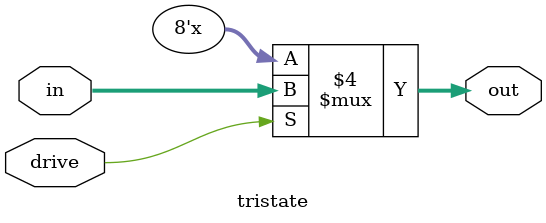
<source format=v>
module tristate(
    input wire [7:0] in,
    output reg [7:0] out,
    input wire drive);

    always @* begin
        if (drive == 1'b1) begin
            out = in;
        end else begin
            out = {8{1'bz}};
        end
    end

endmodule

</source>
